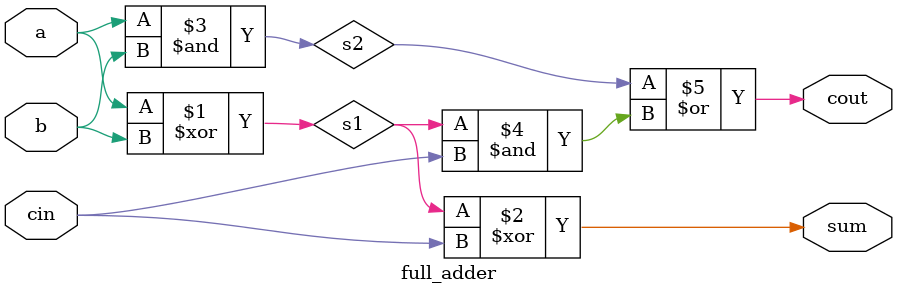
<source format=sv>
module top_module (
  input a,
  input b,
  input cin,
  output cout,
  output sum
);
  
  // Declare internal signals
  wire s1, s2, c1, c2;
  
  // Instantiate the full adder submodule
  full_adder FA1 (
    .a(a),
    .b(b),
    .cin(cin),
    .cout(c1),
    .sum(s1)
  );
  
  full_adder FA2 (
    .a(s1),
    .b(cin),
    .cin(c1),
    .cout(c2),
    .sum(sum)
  );
  
  // Output signals
  assign cout = c2;
  
endmodule
module full_adder (
  input a,
  input b,
  input cin,
  output cout,
  output sum
);
  
  wire s1, s2;
  
  // Calculate the sum
  assign s1 = a ^ b;
  assign sum = s1 ^ cin;
  
  // Calculate the carry-out
  assign s2 = a & b;
  assign cout = s2 | (s1 & cin);
  
endmodule

</source>
